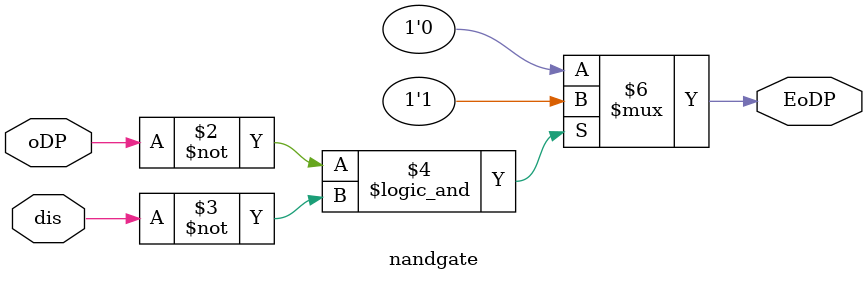
<source format=sv>
module nandgate (
  input dis, 
  input oDP, 
  output EoDP
);
  
reg EoDP;

  always @(*)
    if (oDP == 0 && dis == 0) EoDP = 1;
  	else EoDP = 0;
  
endmodule
</source>
